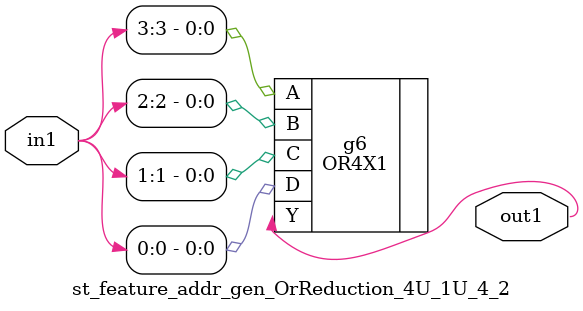
<source format=v>
`timescale 1ps / 1ps


module st_feature_addr_gen_OrReduction_4U_1U_4_2(in1, out1);
  input [3:0] in1;
  output out1;
  wire [3:0] in1;
  wire out1;
  OR4X1 g6(.A (in1[3]), .B (in1[2]), .C (in1[1]), .D (in1[0]), .Y
       (out1));
endmodule



</source>
